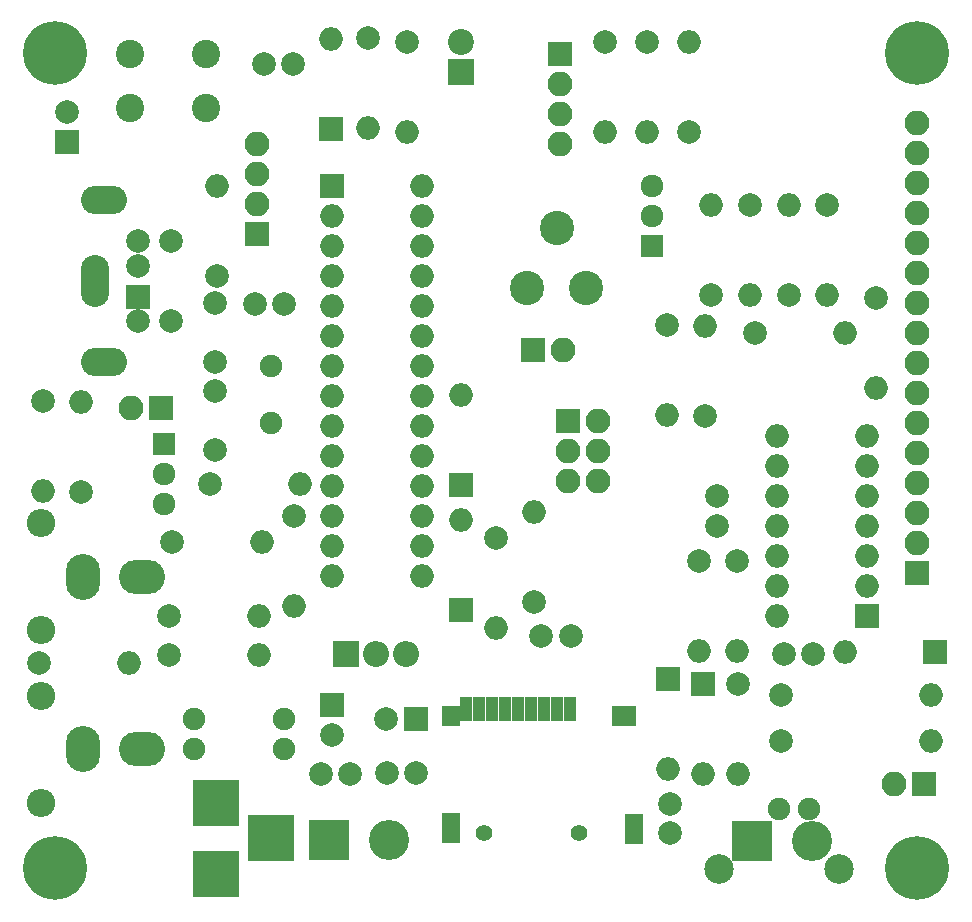
<source format=gbr>
G04 #@! TF.FileFunction,Soldermask,Top*
%FSLAX46Y46*%
G04 Gerber Fmt 4.6, Leading zero omitted, Abs format (unit mm)*
G04 Created by KiCad (PCBNEW 4.0.7) date 01/09/22 23:26:43*
%MOMM*%
%LPD*%
G01*
G04 APERTURE LIST*
%ADD10C,0.100000*%
%ADD11C,2.000000*%
%ADD12O,2.000000X2.000000*%
%ADD13R,2.000000X2.000000*%
%ADD14R,3.900000X3.900000*%
%ADD15R,2.100000X2.100000*%
%ADD16O,2.100000X2.100000*%
%ADD17O,2.400000X2.400000*%
%ADD18O,2.900000X3.900000*%
%ADD19O,3.900000X2.900000*%
%ADD20O,3.900000X2.400000*%
%ADD21O,2.400000X4.400000*%
%ADD22C,2.900000*%
%ADD23C,2.400000*%
%ADD24R,2.200000X2.200000*%
%ADD25O,2.200000X2.200000*%
%ADD26R,1.100000X2.000000*%
%ADD27R,1.600000X1.800000*%
%ADD28R,2.000000X1.800000*%
%ADD29R,1.600000X2.600000*%
%ADD30C,1.400000*%
%ADD31C,1.900000*%
%ADD32C,2.200000*%
%ADD33C,1.920000*%
%ADD34R,1.920000X1.920000*%
%ADD35R,3.400000X3.400000*%
%ADD36C,3.400000*%
%ADD37C,2.500000*%
%ADD38C,5.400000*%
G04 APERTURE END LIST*
D10*
D11*
X113870000Y-78860000D03*
D12*
X113870000Y-86480000D03*
D11*
X92330000Y-107010000D03*
D12*
X92330000Y-114630000D03*
D13*
X78480000Y-121230000D03*
D11*
X78480000Y-123730000D03*
X75170000Y-66900000D03*
X72670000Y-66900000D03*
D13*
X56000000Y-73500000D03*
D11*
X56000000Y-71000000D03*
X74400000Y-87200000D03*
X71900000Y-87200000D03*
X68560000Y-87170000D03*
X68560000Y-92170000D03*
X68560000Y-94600000D03*
X68560000Y-99600000D03*
X96150000Y-115340000D03*
X98650000Y-115340000D03*
D13*
X85520000Y-122350000D03*
D11*
X83020000Y-122350000D03*
D13*
X78330000Y-72430000D03*
D12*
X78330000Y-64810000D03*
D13*
X89340000Y-102600000D03*
D12*
X89340000Y-94980000D03*
D13*
X89380000Y-113160000D03*
D12*
X89380000Y-105540000D03*
D14*
X68620000Y-129460000D03*
X68620000Y-135460000D03*
X73320000Y-132460000D03*
D15*
X98450000Y-97160000D03*
D16*
X100990000Y-97160000D03*
X98450000Y-99700000D03*
X100990000Y-99700000D03*
X98450000Y-102240000D03*
X100990000Y-102240000D03*
D15*
X97790000Y-66040000D03*
D16*
X97790000Y-68580000D03*
X97790000Y-71120000D03*
X97790000Y-73660000D03*
D15*
X72136000Y-81280000D03*
D16*
X72136000Y-78740000D03*
X72136000Y-76200000D03*
X72136000Y-73660000D03*
D17*
X53840000Y-114810000D03*
X53840000Y-105810000D03*
D18*
X57340000Y-110310000D03*
D19*
X62340000Y-110310000D03*
D17*
X53840000Y-129450000D03*
X53840000Y-120450000D03*
D18*
X57340000Y-124950000D03*
D19*
X62340000Y-124950000D03*
D15*
X95480000Y-91140000D03*
D16*
X98020000Y-91140000D03*
D20*
X59180000Y-78460000D03*
X59180000Y-92160000D03*
D13*
X62030000Y-86610000D03*
D11*
X62030000Y-84010000D03*
X62030000Y-88710000D03*
X62030000Y-81910000D03*
X64830000Y-88710000D03*
X64830000Y-81910000D03*
D21*
X58380000Y-85310000D03*
D11*
X81460000Y-64690000D03*
D12*
X81460000Y-72310000D03*
D11*
X105156000Y-65024000D03*
D12*
X105156000Y-72644000D03*
D11*
X101600000Y-65024000D03*
D12*
X101600000Y-72644000D03*
D11*
X64920000Y-107370000D03*
D12*
X72540000Y-107370000D03*
D11*
X53680000Y-117650000D03*
D12*
X61300000Y-117650000D03*
D11*
X108712000Y-72644000D03*
D12*
X108712000Y-65024000D03*
D11*
X64650000Y-116930000D03*
D12*
X72270000Y-116930000D03*
D11*
X64680000Y-113690000D03*
D12*
X72300000Y-113690000D03*
D11*
X117180000Y-86500000D03*
D12*
X117180000Y-78880000D03*
D11*
X120390000Y-78870000D03*
D12*
X120390000Y-86490000D03*
D11*
X110540000Y-86480000D03*
D12*
X110540000Y-78860000D03*
D11*
X106810000Y-89040000D03*
D12*
X106810000Y-96660000D03*
D11*
X110030000Y-96700000D03*
D12*
X110030000Y-89080000D03*
D11*
X57190000Y-103130000D03*
D12*
X57190000Y-95510000D03*
D11*
X53970000Y-95460000D03*
D12*
X53970000Y-103080000D03*
D22*
X97496000Y-80812000D03*
X99996000Y-85852000D03*
X94996000Y-85852000D03*
D23*
X67818000Y-66112000D03*
X67818000Y-70612000D03*
X61318000Y-66112000D03*
X61318000Y-70612000D03*
D24*
X79600000Y-116850000D03*
D25*
X82140000Y-116850000D03*
X84680000Y-116850000D03*
D13*
X78486000Y-77216000D03*
D12*
X86106000Y-110236000D03*
X78486000Y-79756000D03*
X86106000Y-107696000D03*
X78486000Y-82296000D03*
X86106000Y-105156000D03*
X78486000Y-84836000D03*
X86106000Y-102616000D03*
X78486000Y-87376000D03*
X86106000Y-100076000D03*
X78486000Y-89916000D03*
X86106000Y-97536000D03*
X78486000Y-92456000D03*
X86106000Y-94996000D03*
X78486000Y-94996000D03*
X86106000Y-92456000D03*
X78486000Y-97536000D03*
X86106000Y-89916000D03*
X78486000Y-100076000D03*
X86106000Y-87376000D03*
X78486000Y-102616000D03*
X86106000Y-84836000D03*
X78486000Y-105156000D03*
X86106000Y-82296000D03*
X78486000Y-107696000D03*
X86106000Y-79756000D03*
X78486000Y-110236000D03*
X86106000Y-77216000D03*
D15*
X128000000Y-110000000D03*
D16*
X128000000Y-107460000D03*
X128000000Y-104920000D03*
X128000000Y-102380000D03*
X128000000Y-99840000D03*
X128000000Y-97300000D03*
X128000000Y-94760000D03*
X128000000Y-92220000D03*
X128000000Y-89680000D03*
X128000000Y-87140000D03*
X128000000Y-84600000D03*
X128000000Y-82060000D03*
X128000000Y-79520000D03*
X128000000Y-76980000D03*
X128000000Y-74440000D03*
X128000000Y-71900000D03*
D26*
X90860000Y-121500000D03*
X91960000Y-121500000D03*
X93060000Y-121500000D03*
X94160000Y-121500000D03*
X95260000Y-121500000D03*
X96360000Y-121500000D03*
X97460000Y-121500000D03*
X98560000Y-121500000D03*
D27*
X88560000Y-122100000D03*
D28*
X103160000Y-122100000D03*
D29*
X104060000Y-131700000D03*
X88560000Y-131600000D03*
D26*
X89760000Y-121500000D03*
D30*
X91360000Y-132000000D03*
X99360000Y-132000000D03*
D31*
X73260000Y-97340000D03*
X73260000Y-92460000D03*
D24*
X89408000Y-67564000D03*
D32*
X89408000Y-65024000D03*
D11*
X84836000Y-65024000D03*
D12*
X84836000Y-72644000D03*
D33*
X64260000Y-101640000D03*
X64260000Y-104180000D03*
D34*
X64260000Y-99100000D03*
D11*
X68110000Y-102490000D03*
D12*
X75730000Y-102490000D03*
D15*
X64008000Y-96012000D03*
D16*
X61468000Y-96012000D03*
D11*
X68730000Y-84830000D03*
D12*
X68730000Y-77210000D03*
D35*
X78232000Y-132588000D03*
D36*
X83312000Y-132588000D03*
D33*
X105520000Y-79780000D03*
X105520000Y-77240000D03*
D34*
X105520000Y-82320000D03*
D11*
X95550000Y-112490000D03*
D12*
X95550000Y-104870000D03*
D11*
X107070000Y-129530000D03*
X107070000Y-132030000D03*
X116700000Y-116900000D03*
X119200000Y-116900000D03*
D13*
X109830000Y-119420000D03*
D12*
X109830000Y-127040000D03*
D13*
X129500000Y-116700000D03*
D12*
X121880000Y-116700000D03*
D31*
X116260000Y-130000000D03*
X118800000Y-130000000D03*
D37*
X121340000Y-135080000D03*
X111180000Y-135080000D03*
D35*
X113974000Y-132728000D03*
D36*
X119054000Y-132728000D03*
D11*
X116500000Y-124200000D03*
D12*
X129200000Y-124200000D03*
D11*
X116500000Y-120300000D03*
D12*
X129200000Y-120300000D03*
D11*
X112700000Y-109000000D03*
D12*
X112700000Y-116620000D03*
D11*
X75200000Y-105170000D03*
D12*
X75200000Y-112790000D03*
D13*
X123770000Y-113660000D03*
D12*
X116150000Y-98420000D03*
X123770000Y-111120000D03*
X116150000Y-100960000D03*
X123770000Y-108580000D03*
X116150000Y-103500000D03*
X123770000Y-106040000D03*
X116150000Y-106040000D03*
X123770000Y-103500000D03*
X116150000Y-108580000D03*
X123770000Y-100960000D03*
X116150000Y-111120000D03*
X123770000Y-98420000D03*
X116150000Y-113660000D03*
D11*
X112850000Y-119420000D03*
D12*
X112850000Y-127040000D03*
D11*
X111010000Y-106030000D03*
X111010000Y-103530000D03*
D13*
X106930000Y-119000000D03*
D12*
X106930000Y-126620000D03*
D11*
X109500000Y-109000000D03*
D12*
X109500000Y-116620000D03*
D11*
X124530000Y-86700000D03*
D12*
X124530000Y-94320000D03*
D11*
X114300000Y-89720000D03*
D12*
X121920000Y-89720000D03*
D11*
X83090000Y-126930000D03*
X85590000Y-126930000D03*
X80000000Y-127000000D03*
X77500000Y-127000000D03*
D31*
X66770000Y-122340000D03*
X74390000Y-122340000D03*
X66770000Y-124880000D03*
X74390000Y-124880000D03*
D15*
X128600000Y-127900000D03*
D16*
X126060000Y-127900000D03*
D38*
X55000000Y-66000000D03*
X55000000Y-135000000D03*
X128000000Y-66000000D03*
X128000000Y-135000000D03*
M02*

</source>
